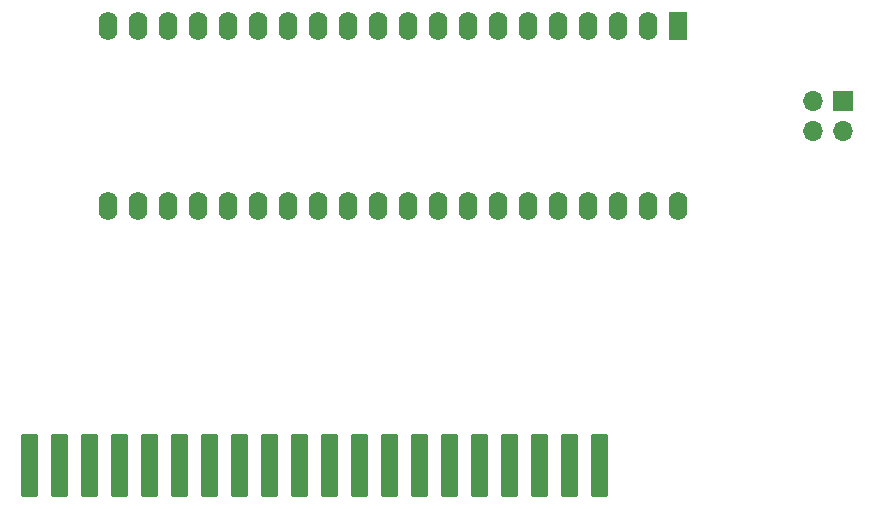
<source format=gbr>
G04 #@! TF.GenerationSoftware,KiCad,Pcbnew,(5.1.9-0-10_14)*
G04 #@! TF.CreationDate,2021-04-09T13:00:34-05:00*
G04 #@! TF.ProjectId,CPU Card,43505520-4361-4726-942e-6b696361645f,v1.0*
G04 #@! TF.SameCoordinates,Original*
G04 #@! TF.FileFunction,Soldermask,Bot*
G04 #@! TF.FilePolarity,Negative*
%FSLAX46Y46*%
G04 Gerber Fmt 4.6, Leading zero omitted, Abs format (unit mm)*
G04 Created by KiCad (PCBNEW (5.1.9-0-10_14)) date 2021-04-09 13:00:34*
%MOMM*%
%LPD*%
G01*
G04 APERTURE LIST*
%ADD10R,1.600000X2.400000*%
%ADD11O,1.600000X2.400000*%
%ADD12R,1.700000X1.700000*%
%ADD13O,1.700000X1.700000*%
G04 APERTURE END LIST*
G36*
G01*
X115885000Y-132541600D02*
X114615000Y-132541600D01*
G75*
G02*
X114513400Y-132440000I0J101600D01*
G01*
X114513400Y-127360000D01*
G75*
G02*
X114615000Y-127258400I101600J0D01*
G01*
X115885000Y-127258400D01*
G75*
G02*
X115986600Y-127360000I0J-101600D01*
G01*
X115986600Y-132440000D01*
G75*
G02*
X115885000Y-132541600I-101600J0D01*
G01*
G37*
G36*
G01*
X118425000Y-132541600D02*
X117155000Y-132541600D01*
G75*
G02*
X117053400Y-132440000I0J101600D01*
G01*
X117053400Y-127360000D01*
G75*
G02*
X117155000Y-127258400I101600J0D01*
G01*
X118425000Y-127258400D01*
G75*
G02*
X118526600Y-127360000I0J-101600D01*
G01*
X118526600Y-132440000D01*
G75*
G02*
X118425000Y-132541600I-101600J0D01*
G01*
G37*
G36*
G01*
X120965000Y-132541600D02*
X119695000Y-132541600D01*
G75*
G02*
X119593400Y-132440000I0J101600D01*
G01*
X119593400Y-127360000D01*
G75*
G02*
X119695000Y-127258400I101600J0D01*
G01*
X120965000Y-127258400D01*
G75*
G02*
X121066600Y-127360000I0J-101600D01*
G01*
X121066600Y-132440000D01*
G75*
G02*
X120965000Y-132541600I-101600J0D01*
G01*
G37*
G36*
G01*
X123505000Y-132541600D02*
X122235000Y-132541600D01*
G75*
G02*
X122133400Y-132440000I0J101600D01*
G01*
X122133400Y-127360000D01*
G75*
G02*
X122235000Y-127258400I101600J0D01*
G01*
X123505000Y-127258400D01*
G75*
G02*
X123606600Y-127360000I0J-101600D01*
G01*
X123606600Y-132440000D01*
G75*
G02*
X123505000Y-132541600I-101600J0D01*
G01*
G37*
G36*
G01*
X126045000Y-132541600D02*
X124775000Y-132541600D01*
G75*
G02*
X124673400Y-132440000I0J101600D01*
G01*
X124673400Y-127360000D01*
G75*
G02*
X124775000Y-127258400I101600J0D01*
G01*
X126045000Y-127258400D01*
G75*
G02*
X126146600Y-127360000I0J-101600D01*
G01*
X126146600Y-132440000D01*
G75*
G02*
X126045000Y-132541600I-101600J0D01*
G01*
G37*
G36*
G01*
X128585000Y-132541600D02*
X127315000Y-132541600D01*
G75*
G02*
X127213400Y-132440000I0J101600D01*
G01*
X127213400Y-127360000D01*
G75*
G02*
X127315000Y-127258400I101600J0D01*
G01*
X128585000Y-127258400D01*
G75*
G02*
X128686600Y-127360000I0J-101600D01*
G01*
X128686600Y-132440000D01*
G75*
G02*
X128585000Y-132541600I-101600J0D01*
G01*
G37*
G36*
G01*
X131125000Y-132541600D02*
X129855000Y-132541600D01*
G75*
G02*
X129753400Y-132440000I0J101600D01*
G01*
X129753400Y-127360000D01*
G75*
G02*
X129855000Y-127258400I101600J0D01*
G01*
X131125000Y-127258400D01*
G75*
G02*
X131226600Y-127360000I0J-101600D01*
G01*
X131226600Y-132440000D01*
G75*
G02*
X131125000Y-132541600I-101600J0D01*
G01*
G37*
G36*
G01*
X133665000Y-132541600D02*
X132395000Y-132541600D01*
G75*
G02*
X132293400Y-132440000I0J101600D01*
G01*
X132293400Y-127360000D01*
G75*
G02*
X132395000Y-127258400I101600J0D01*
G01*
X133665000Y-127258400D01*
G75*
G02*
X133766600Y-127360000I0J-101600D01*
G01*
X133766600Y-132440000D01*
G75*
G02*
X133665000Y-132541600I-101600J0D01*
G01*
G37*
G36*
G01*
X136205000Y-132541600D02*
X134935000Y-132541600D01*
G75*
G02*
X134833400Y-132440000I0J101600D01*
G01*
X134833400Y-127360000D01*
G75*
G02*
X134935000Y-127258400I101600J0D01*
G01*
X136205000Y-127258400D01*
G75*
G02*
X136306600Y-127360000I0J-101600D01*
G01*
X136306600Y-132440000D01*
G75*
G02*
X136205000Y-132541600I-101600J0D01*
G01*
G37*
G36*
G01*
X138745000Y-132541600D02*
X137475000Y-132541600D01*
G75*
G02*
X137373400Y-132440000I0J101600D01*
G01*
X137373400Y-127360000D01*
G75*
G02*
X137475000Y-127258400I101600J0D01*
G01*
X138745000Y-127258400D01*
G75*
G02*
X138846600Y-127360000I0J-101600D01*
G01*
X138846600Y-132440000D01*
G75*
G02*
X138745000Y-132541600I-101600J0D01*
G01*
G37*
G36*
G01*
X141285000Y-132541600D02*
X140015000Y-132541600D01*
G75*
G02*
X139913400Y-132440000I0J101600D01*
G01*
X139913400Y-127360000D01*
G75*
G02*
X140015000Y-127258400I101600J0D01*
G01*
X141285000Y-127258400D01*
G75*
G02*
X141386600Y-127360000I0J-101600D01*
G01*
X141386600Y-132440000D01*
G75*
G02*
X141285000Y-132541600I-101600J0D01*
G01*
G37*
G36*
G01*
X143825000Y-132541600D02*
X142555000Y-132541600D01*
G75*
G02*
X142453400Y-132440000I0J101600D01*
G01*
X142453400Y-127360000D01*
G75*
G02*
X142555000Y-127258400I101600J0D01*
G01*
X143825000Y-127258400D01*
G75*
G02*
X143926600Y-127360000I0J-101600D01*
G01*
X143926600Y-132440000D01*
G75*
G02*
X143825000Y-132541600I-101600J0D01*
G01*
G37*
G36*
G01*
X146365000Y-132541600D02*
X145095000Y-132541600D01*
G75*
G02*
X144993400Y-132440000I0J101600D01*
G01*
X144993400Y-127360000D01*
G75*
G02*
X145095000Y-127258400I101600J0D01*
G01*
X146365000Y-127258400D01*
G75*
G02*
X146466600Y-127360000I0J-101600D01*
G01*
X146466600Y-132440000D01*
G75*
G02*
X146365000Y-132541600I-101600J0D01*
G01*
G37*
G36*
G01*
X148905000Y-132541600D02*
X147635000Y-132541600D01*
G75*
G02*
X147533400Y-132440000I0J101600D01*
G01*
X147533400Y-127360000D01*
G75*
G02*
X147635000Y-127258400I101600J0D01*
G01*
X148905000Y-127258400D01*
G75*
G02*
X149006600Y-127360000I0J-101600D01*
G01*
X149006600Y-132440000D01*
G75*
G02*
X148905000Y-132541600I-101600J0D01*
G01*
G37*
G36*
G01*
X151445000Y-132541600D02*
X150175000Y-132541600D01*
G75*
G02*
X150073400Y-132440000I0J101600D01*
G01*
X150073400Y-127360000D01*
G75*
G02*
X150175000Y-127258400I101600J0D01*
G01*
X151445000Y-127258400D01*
G75*
G02*
X151546600Y-127360000I0J-101600D01*
G01*
X151546600Y-132440000D01*
G75*
G02*
X151445000Y-132541600I-101600J0D01*
G01*
G37*
G36*
G01*
X153985000Y-132541600D02*
X152715000Y-132541600D01*
G75*
G02*
X152613400Y-132440000I0J101600D01*
G01*
X152613400Y-127360000D01*
G75*
G02*
X152715000Y-127258400I101600J0D01*
G01*
X153985000Y-127258400D01*
G75*
G02*
X154086600Y-127360000I0J-101600D01*
G01*
X154086600Y-132440000D01*
G75*
G02*
X153985000Y-132541600I-101600J0D01*
G01*
G37*
G36*
G01*
X156525000Y-132541600D02*
X155255000Y-132541600D01*
G75*
G02*
X155153400Y-132440000I0J101600D01*
G01*
X155153400Y-127360000D01*
G75*
G02*
X155255000Y-127258400I101600J0D01*
G01*
X156525000Y-127258400D01*
G75*
G02*
X156626600Y-127360000I0J-101600D01*
G01*
X156626600Y-132440000D01*
G75*
G02*
X156525000Y-132541600I-101600J0D01*
G01*
G37*
G36*
G01*
X159065000Y-132541600D02*
X157795000Y-132541600D01*
G75*
G02*
X157693400Y-132440000I0J101600D01*
G01*
X157693400Y-127360000D01*
G75*
G02*
X157795000Y-127258400I101600J0D01*
G01*
X159065000Y-127258400D01*
G75*
G02*
X159166600Y-127360000I0J-101600D01*
G01*
X159166600Y-132440000D01*
G75*
G02*
X159065000Y-132541600I-101600J0D01*
G01*
G37*
G36*
G01*
X161605000Y-132541600D02*
X160335000Y-132541600D01*
G75*
G02*
X160233400Y-132440000I0J101600D01*
G01*
X160233400Y-127360000D01*
G75*
G02*
X160335000Y-127258400I101600J0D01*
G01*
X161605000Y-127258400D01*
G75*
G02*
X161706600Y-127360000I0J-101600D01*
G01*
X161706600Y-132440000D01*
G75*
G02*
X161605000Y-132541600I-101600J0D01*
G01*
G37*
G36*
G01*
X164145000Y-132541600D02*
X162875000Y-132541600D01*
G75*
G02*
X162773400Y-132440000I0J101600D01*
G01*
X162773400Y-127360000D01*
G75*
G02*
X162875000Y-127258400I101600J0D01*
G01*
X164145000Y-127258400D01*
G75*
G02*
X164246600Y-127360000I0J-101600D01*
G01*
X164246600Y-132440000D01*
G75*
G02*
X164145000Y-132541600I-101600J0D01*
G01*
G37*
D10*
X170180000Y-92710000D03*
D11*
X121920000Y-107950000D03*
X167640000Y-92710000D03*
X124460000Y-107950000D03*
X165100000Y-92710000D03*
X127000000Y-107950000D03*
X162560000Y-92710000D03*
X129540000Y-107950000D03*
X160020000Y-92710000D03*
X132080000Y-107950000D03*
X157480000Y-92710000D03*
X134620000Y-107950000D03*
X154940000Y-92710000D03*
X137160000Y-107950000D03*
X152400000Y-92710000D03*
X139700000Y-107950000D03*
X149860000Y-92710000D03*
X142240000Y-107950000D03*
X147320000Y-92710000D03*
X144780000Y-107950000D03*
X144780000Y-92710000D03*
X147320000Y-107950000D03*
X142240000Y-92710000D03*
X149860000Y-107950000D03*
X139700000Y-92710000D03*
X152400000Y-107950000D03*
X137160000Y-92710000D03*
X154940000Y-107950000D03*
X134620000Y-92710000D03*
X157480000Y-107950000D03*
X132080000Y-92710000D03*
X160020000Y-107950000D03*
X129540000Y-92710000D03*
X162560000Y-107950000D03*
X127000000Y-92710000D03*
X165100000Y-107950000D03*
X124460000Y-92710000D03*
X167640000Y-107950000D03*
X121920000Y-92710000D03*
X170180000Y-107950000D03*
D12*
X184150000Y-99060000D03*
D13*
X184150000Y-101600000D03*
X181610000Y-99060000D03*
X181610000Y-101600000D03*
M02*

</source>
